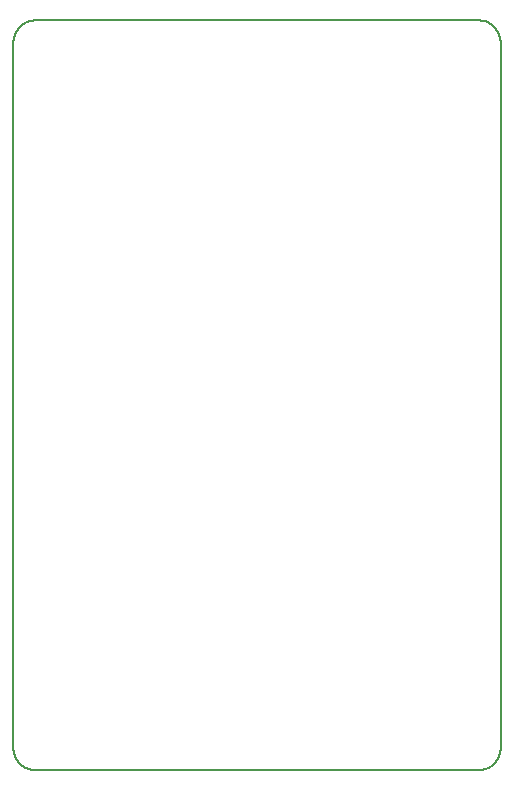
<source format=gm1>
G04 MADE WITH FRITZING*
G04 WWW.FRITZING.ORG*
G04 DOUBLE SIDED*
G04 HOLES PLATED*
G04 CONTOUR ON CENTER OF CONTOUR VECTOR*
%ASAXBY*%
%FSLAX23Y23*%
%MOIN*%
%OFA0B0*%
%SFA1.0B1.0*%
%ADD10C,0.008*%
%LNCONTOUR*%
G90*
G70*
G54D10*
X65Y2500D02*
X66Y2500D01*
X67Y2500D01*
X68Y2500D01*
X69Y2500D01*
X70Y2500D01*
X71Y2500D01*
X72Y2500D01*
X73Y2500D01*
X74Y2500D01*
X75Y2500D01*
X76Y2500D01*
X77Y2500D01*
X78Y2500D01*
X79Y2500D01*
X80Y2500D01*
X81Y2500D01*
X82Y2500D01*
X83Y2500D01*
X84Y2500D01*
X85Y2500D01*
X86Y2500D01*
X87Y2500D01*
X88Y2500D01*
X89Y2500D01*
X90Y2500D01*
X91Y2500D01*
X92Y2500D01*
X93Y2500D01*
X94Y2500D01*
X95Y2500D01*
X96Y2500D01*
X97Y2500D01*
X98Y2500D01*
X99Y2500D01*
X100Y2500D01*
X101Y2500D01*
X102Y2500D01*
X103Y2500D01*
X104Y2500D01*
X105Y2500D01*
X106Y2500D01*
X107Y2500D01*
X108Y2500D01*
X109Y2500D01*
X110Y2500D01*
X111Y2500D01*
X112Y2500D01*
X113Y2500D01*
X114Y2500D01*
X115Y2500D01*
X116Y2500D01*
X117Y2500D01*
X118Y2500D01*
X119Y2500D01*
X120Y2500D01*
X121Y2500D01*
X122Y2500D01*
X123Y2500D01*
X124Y2500D01*
X125Y2500D01*
X126Y2500D01*
X127Y2500D01*
X128Y2500D01*
X129Y2500D01*
X130Y2500D01*
X131Y2500D01*
X132Y2500D01*
X133Y2500D01*
X134Y2500D01*
X135Y2500D01*
X136Y2500D01*
X137Y2500D01*
X138Y2500D01*
X139Y2500D01*
X140Y2500D01*
X141Y2500D01*
X142Y2500D01*
X143Y2500D01*
X144Y2500D01*
X145Y2500D01*
X146Y2500D01*
X147Y2500D01*
X148Y2500D01*
X149Y2500D01*
X150Y2500D01*
X151Y2500D01*
X152Y2500D01*
X153Y2500D01*
X154Y2500D01*
X155Y2500D01*
X156Y2500D01*
X157Y2500D01*
X158Y2500D01*
X159Y2500D01*
X160Y2500D01*
X161Y2500D01*
X162Y2500D01*
X163Y2500D01*
X164Y2500D01*
X165Y2500D01*
X166Y2500D01*
X167Y2500D01*
X168Y2500D01*
X169Y2500D01*
X170Y2500D01*
X171Y2500D01*
X172Y2500D01*
X173Y2500D01*
X174Y2500D01*
X175Y2500D01*
X176Y2500D01*
X177Y2500D01*
X178Y2500D01*
X179Y2500D01*
X180Y2500D01*
X181Y2500D01*
X182Y2500D01*
X183Y2500D01*
X184Y2500D01*
X185Y2500D01*
X186Y2500D01*
X187Y2500D01*
X188Y2500D01*
X189Y2500D01*
X190Y2500D01*
X191Y2500D01*
X192Y2500D01*
X193Y2500D01*
X194Y2500D01*
X195Y2500D01*
X196Y2500D01*
X197Y2500D01*
X198Y2500D01*
X199Y2500D01*
X200Y2500D01*
X201Y2500D01*
X202Y2500D01*
X203Y2500D01*
X204Y2500D01*
X205Y2500D01*
X206Y2500D01*
X207Y2500D01*
X208Y2500D01*
X209Y2500D01*
X210Y2500D01*
X211Y2500D01*
X212Y2500D01*
X213Y2500D01*
X214Y2500D01*
X215Y2500D01*
X216Y2500D01*
X217Y2500D01*
X218Y2500D01*
X219Y2500D01*
X220Y2500D01*
X221Y2500D01*
X222Y2500D01*
X223Y2500D01*
X224Y2500D01*
X225Y2500D01*
X226Y2500D01*
X227Y2500D01*
X228Y2500D01*
X229Y2500D01*
X230Y2500D01*
X231Y2500D01*
X232Y2500D01*
X233Y2500D01*
X234Y2500D01*
X235Y2500D01*
X236Y2500D01*
X237Y2500D01*
X238Y2500D01*
X239Y2500D01*
X240Y2500D01*
X241Y2500D01*
X242Y2500D01*
X243Y2500D01*
X244Y2500D01*
X245Y2500D01*
X246Y2500D01*
X247Y2500D01*
X248Y2500D01*
X249Y2500D01*
X250Y2500D01*
X251Y2500D01*
X252Y2500D01*
X253Y2500D01*
X254Y2500D01*
X255Y2500D01*
X256Y2500D01*
X257Y2500D01*
X258Y2500D01*
X259Y2500D01*
X260Y2500D01*
X261Y2500D01*
X262Y2500D01*
X263Y2500D01*
X264Y2500D01*
X265Y2500D01*
X266Y2500D01*
X267Y2500D01*
X268Y2500D01*
X269Y2500D01*
X270Y2500D01*
X271Y2500D01*
X272Y2500D01*
X273Y2500D01*
X274Y2500D01*
X275Y2500D01*
X276Y2500D01*
X277Y2500D01*
X278Y2500D01*
X279Y2500D01*
X280Y2500D01*
X281Y2500D01*
X282Y2500D01*
X283Y2500D01*
X284Y2500D01*
X285Y2500D01*
X286Y2500D01*
X287Y2500D01*
X288Y2500D01*
X289Y2500D01*
X290Y2500D01*
X291Y2500D01*
X292Y2500D01*
X293Y2500D01*
X294Y2500D01*
X295Y2500D01*
X296Y2500D01*
X297Y2500D01*
X298Y2500D01*
X299Y2500D01*
X300Y2500D01*
X301Y2500D01*
X302Y2500D01*
X303Y2500D01*
X304Y2500D01*
X305Y2500D01*
X306Y2500D01*
X307Y2500D01*
X308Y2500D01*
X309Y2500D01*
X310Y2500D01*
X311Y2500D01*
X312Y2500D01*
X313Y2500D01*
X314Y2500D01*
X315Y2500D01*
X316Y2500D01*
X317Y2500D01*
X318Y2500D01*
X319Y2500D01*
X320Y2500D01*
X321Y2500D01*
X322Y2500D01*
X323Y2500D01*
X324Y2500D01*
X325Y2500D01*
X326Y2500D01*
X327Y2500D01*
X328Y2500D01*
X329Y2500D01*
X330Y2500D01*
X331Y2500D01*
X332Y2500D01*
X333Y2500D01*
X334Y2500D01*
X335Y2500D01*
X336Y2500D01*
X337Y2500D01*
X338Y2500D01*
X339Y2500D01*
X340Y2500D01*
X341Y2500D01*
X342Y2500D01*
X343Y2500D01*
X344Y2500D01*
X345Y2500D01*
X346Y2500D01*
X347Y2500D01*
X348Y2500D01*
X349Y2500D01*
X350Y2500D01*
X351Y2500D01*
X352Y2500D01*
X353Y2500D01*
X354Y2500D01*
X355Y2500D01*
X356Y2500D01*
X357Y2500D01*
X358Y2500D01*
X359Y2500D01*
X360Y2500D01*
X361Y2500D01*
X362Y2500D01*
X363Y2500D01*
X364Y2500D01*
X365Y2500D01*
X366Y2500D01*
X367Y2500D01*
X368Y2500D01*
X369Y2500D01*
X370Y2500D01*
X371Y2500D01*
X372Y2500D01*
X373Y2500D01*
X374Y2500D01*
X375Y2500D01*
X376Y2500D01*
X377Y2500D01*
X378Y2500D01*
X379Y2500D01*
X380Y2500D01*
X381Y2500D01*
X382Y2500D01*
X383Y2500D01*
X384Y2500D01*
X385Y2500D01*
X386Y2500D01*
X387Y2500D01*
X388Y2500D01*
X389Y2500D01*
X390Y2500D01*
X391Y2500D01*
X392Y2500D01*
X393Y2500D01*
X394Y2500D01*
X395Y2500D01*
X396Y2500D01*
X397Y2500D01*
X398Y2500D01*
X399Y2500D01*
X400Y2500D01*
X401Y2500D01*
X402Y2500D01*
X403Y2500D01*
X404Y2500D01*
X405Y2500D01*
X406Y2500D01*
X407Y2500D01*
X408Y2500D01*
X409Y2500D01*
X410Y2500D01*
X411Y2500D01*
X412Y2500D01*
X413Y2500D01*
X414Y2500D01*
X415Y2500D01*
X416Y2500D01*
X417Y2500D01*
X418Y2500D01*
X419Y2500D01*
X420Y2500D01*
X421Y2500D01*
X422Y2500D01*
X423Y2500D01*
X424Y2500D01*
X425Y2500D01*
X426Y2500D01*
X427Y2500D01*
X428Y2500D01*
X429Y2500D01*
X430Y2500D01*
X431Y2500D01*
X432Y2500D01*
X433Y2500D01*
X434Y2500D01*
X435Y2500D01*
X436Y2500D01*
X437Y2500D01*
X438Y2500D01*
X439Y2500D01*
X440Y2500D01*
X441Y2500D01*
X442Y2500D01*
X443Y2500D01*
X444Y2500D01*
X445Y2500D01*
X446Y2500D01*
X447Y2500D01*
X448Y2500D01*
X449Y2500D01*
X450Y2500D01*
X451Y2500D01*
X452Y2500D01*
X453Y2500D01*
X454Y2500D01*
X455Y2500D01*
X456Y2500D01*
X457Y2500D01*
X458Y2500D01*
X459Y2500D01*
X460Y2500D01*
X461Y2500D01*
X462Y2500D01*
X463Y2500D01*
X464Y2500D01*
X465Y2500D01*
X466Y2500D01*
X467Y2500D01*
X468Y2500D01*
X469Y2500D01*
X470Y2500D01*
X471Y2500D01*
X472Y2500D01*
X473Y2500D01*
X474Y2500D01*
X475Y2500D01*
X476Y2500D01*
X477Y2500D01*
X478Y2500D01*
X479Y2500D01*
X480Y2500D01*
X481Y2500D01*
X482Y2500D01*
X483Y2500D01*
X484Y2500D01*
X485Y2500D01*
X486Y2500D01*
X487Y2500D01*
X488Y2500D01*
X489Y2500D01*
X490Y2500D01*
X491Y2500D01*
X492Y2500D01*
X493Y2500D01*
X494Y2500D01*
X495Y2500D01*
X496Y2500D01*
X497Y2500D01*
X498Y2500D01*
X499Y2500D01*
X500Y2500D01*
X501Y2500D01*
X502Y2500D01*
X503Y2500D01*
X504Y2500D01*
X505Y2500D01*
X506Y2500D01*
X507Y2500D01*
X508Y2500D01*
X509Y2500D01*
X510Y2500D01*
X511Y2500D01*
X512Y2500D01*
X513Y2500D01*
X514Y2500D01*
X515Y2500D01*
X516Y2500D01*
X517Y2500D01*
X518Y2500D01*
X519Y2500D01*
X520Y2500D01*
X521Y2500D01*
X522Y2500D01*
X523Y2500D01*
X524Y2500D01*
X525Y2500D01*
X526Y2500D01*
X527Y2500D01*
X528Y2500D01*
X529Y2500D01*
X530Y2500D01*
X531Y2500D01*
X532Y2500D01*
X533Y2500D01*
X534Y2500D01*
X535Y2500D01*
X536Y2500D01*
X537Y2500D01*
X538Y2500D01*
X539Y2500D01*
X540Y2500D01*
X541Y2500D01*
X542Y2500D01*
X543Y2500D01*
X544Y2500D01*
X545Y2500D01*
X546Y2500D01*
X547Y2500D01*
X548Y2500D01*
X549Y2500D01*
X550Y2500D01*
X551Y2500D01*
X552Y2500D01*
X553Y2500D01*
X554Y2500D01*
X555Y2500D01*
X556Y2500D01*
X557Y2500D01*
X558Y2500D01*
X559Y2500D01*
X560Y2500D01*
X561Y2500D01*
X562Y2500D01*
X563Y2500D01*
X564Y2500D01*
X565Y2500D01*
X566Y2500D01*
X567Y2500D01*
X568Y2500D01*
X569Y2500D01*
X570Y2500D01*
X571Y2500D01*
X572Y2500D01*
X573Y2500D01*
X574Y2500D01*
X575Y2500D01*
X576Y2500D01*
X577Y2500D01*
X578Y2500D01*
X579Y2500D01*
X580Y2500D01*
X581Y2500D01*
X582Y2500D01*
X583Y2500D01*
X584Y2500D01*
X585Y2500D01*
X586Y2500D01*
X587Y2500D01*
X588Y2500D01*
X589Y2500D01*
X590Y2500D01*
X591Y2500D01*
X592Y2500D01*
X593Y2500D01*
X594Y2500D01*
X595Y2500D01*
X596Y2500D01*
X597Y2500D01*
X598Y2500D01*
X599Y2500D01*
X600Y2500D01*
X601Y2500D01*
X602Y2500D01*
X603Y2500D01*
X604Y2500D01*
X605Y2500D01*
X606Y2500D01*
X607Y2500D01*
X608Y2500D01*
X609Y2500D01*
X610Y2500D01*
X611Y2500D01*
X612Y2500D01*
X613Y2500D01*
X614Y2500D01*
X615Y2500D01*
X616Y2500D01*
X617Y2500D01*
X618Y2500D01*
X619Y2500D01*
X620Y2500D01*
X621Y2500D01*
X622Y2500D01*
X623Y2500D01*
X624Y2500D01*
X625Y2500D01*
X626Y2500D01*
X627Y2500D01*
X628Y2500D01*
X629Y2500D01*
X630Y2500D01*
X631Y2500D01*
X632Y2500D01*
X633Y2500D01*
X634Y2500D01*
X635Y2500D01*
X636Y2500D01*
X637Y2500D01*
X638Y2500D01*
X639Y2500D01*
X640Y2500D01*
X641Y2500D01*
X642Y2500D01*
X643Y2500D01*
X644Y2500D01*
X645Y2500D01*
X646Y2500D01*
X647Y2500D01*
X648Y2500D01*
X649Y2500D01*
X650Y2500D01*
X651Y2500D01*
X652Y2500D01*
X653Y2500D01*
X654Y2500D01*
X655Y2500D01*
X656Y2500D01*
X657Y2500D01*
X658Y2500D01*
X659Y2500D01*
X660Y2500D01*
X661Y2500D01*
X662Y2500D01*
X663Y2500D01*
X664Y2500D01*
X665Y2500D01*
X666Y2500D01*
X667Y2500D01*
X668Y2500D01*
X669Y2500D01*
X670Y2500D01*
X671Y2500D01*
X672Y2500D01*
X673Y2500D01*
X674Y2500D01*
X675Y2500D01*
X676Y2500D01*
X677Y2500D01*
X678Y2500D01*
X679Y2500D01*
X680Y2500D01*
X681Y2500D01*
X682Y2500D01*
X683Y2500D01*
X684Y2500D01*
X685Y2500D01*
X686Y2500D01*
X687Y2500D01*
X688Y2500D01*
X689Y2500D01*
X690Y2500D01*
X691Y2500D01*
X692Y2500D01*
X693Y2500D01*
X694Y2500D01*
X695Y2500D01*
X696Y2500D01*
X697Y2500D01*
X698Y2500D01*
X699Y2500D01*
X700Y2500D01*
X701Y2500D01*
X702Y2500D01*
X703Y2500D01*
X704Y2500D01*
X705Y2500D01*
X706Y2500D01*
X707Y2500D01*
X708Y2500D01*
X709Y2500D01*
X710Y2500D01*
X711Y2500D01*
X712Y2500D01*
X713Y2500D01*
X714Y2500D01*
X715Y2500D01*
X716Y2500D01*
X717Y2500D01*
X718Y2500D01*
X719Y2500D01*
X720Y2500D01*
X721Y2500D01*
X722Y2500D01*
X723Y2500D01*
X724Y2500D01*
X725Y2500D01*
X726Y2500D01*
X727Y2500D01*
X728Y2500D01*
X729Y2500D01*
X730Y2500D01*
X731Y2500D01*
X732Y2500D01*
X733Y2500D01*
X734Y2500D01*
X735Y2500D01*
X736Y2500D01*
X737Y2500D01*
X738Y2500D01*
X739Y2500D01*
X740Y2500D01*
X741Y2500D01*
X742Y2500D01*
X743Y2500D01*
X744Y2500D01*
X745Y2500D01*
X746Y2500D01*
X747Y2500D01*
X748Y2500D01*
X749Y2500D01*
X750Y2500D01*
X751Y2500D01*
X752Y2500D01*
X753Y2500D01*
X754Y2500D01*
X755Y2500D01*
X756Y2500D01*
X757Y2500D01*
X758Y2500D01*
X759Y2500D01*
X760Y2500D01*
X761Y2500D01*
X762Y2500D01*
X763Y2500D01*
X764Y2500D01*
X765Y2500D01*
X766Y2500D01*
X767Y2500D01*
X768Y2500D01*
X769Y2500D01*
X770Y2500D01*
X771Y2500D01*
X772Y2500D01*
X773Y2500D01*
X774Y2500D01*
X775Y2500D01*
X776Y2500D01*
X777Y2500D01*
X778Y2500D01*
X779Y2500D01*
X780Y2500D01*
X781Y2500D01*
X782Y2500D01*
X783Y2500D01*
X784Y2500D01*
X785Y2500D01*
X786Y2500D01*
X787Y2500D01*
X788Y2500D01*
X789Y2500D01*
X790Y2500D01*
X791Y2500D01*
X792Y2500D01*
X793Y2500D01*
X794Y2500D01*
X795Y2500D01*
X796Y2500D01*
X797Y2500D01*
X798Y2500D01*
X799Y2500D01*
X800Y2500D01*
X801Y2500D01*
X802Y2500D01*
X803Y2500D01*
X804Y2500D01*
X805Y2500D01*
X806Y2500D01*
X807Y2500D01*
X808Y2500D01*
X809Y2500D01*
X810Y2500D01*
X811Y2500D01*
X812Y2500D01*
X813Y2500D01*
X814Y2500D01*
X815Y2500D01*
X816Y2500D01*
X817Y2500D01*
X818Y2500D01*
X819Y2500D01*
X820Y2500D01*
X821Y2500D01*
X822Y2500D01*
X823Y2500D01*
X824Y2500D01*
X825Y2500D01*
X826Y2500D01*
X827Y2500D01*
X828Y2500D01*
X829Y2500D01*
X830Y2500D01*
X831Y2500D01*
X832Y2500D01*
X833Y2500D01*
X834Y2500D01*
X835Y2500D01*
X836Y2500D01*
X837Y2500D01*
X838Y2500D01*
X839Y2500D01*
X840Y2500D01*
X841Y2500D01*
X842Y2500D01*
X843Y2500D01*
X844Y2500D01*
X845Y2500D01*
X846Y2500D01*
X847Y2500D01*
X848Y2500D01*
X849Y2500D01*
X850Y2500D01*
X851Y2500D01*
X852Y2500D01*
X853Y2500D01*
X854Y2500D01*
X855Y2500D01*
X856Y2500D01*
X857Y2500D01*
X858Y2500D01*
X859Y2500D01*
X860Y2500D01*
X861Y2500D01*
X862Y2500D01*
X863Y2500D01*
X864Y2500D01*
X865Y2500D01*
X866Y2500D01*
X867Y2500D01*
X868Y2500D01*
X869Y2500D01*
X870Y2500D01*
X871Y2500D01*
X872Y2500D01*
X873Y2500D01*
X874Y2500D01*
X875Y2500D01*
X876Y2500D01*
X877Y2500D01*
X878Y2500D01*
X879Y2500D01*
X880Y2500D01*
X881Y2500D01*
X882Y2500D01*
X883Y2500D01*
X884Y2500D01*
X885Y2500D01*
X886Y2500D01*
X887Y2500D01*
X888Y2500D01*
X889Y2500D01*
X890Y2500D01*
X891Y2500D01*
X892Y2500D01*
X893Y2500D01*
X894Y2500D01*
X895Y2500D01*
X896Y2500D01*
X897Y2500D01*
X898Y2500D01*
X899Y2500D01*
X900Y2500D01*
X901Y2500D01*
X902Y2500D01*
X903Y2500D01*
X904Y2500D01*
X905Y2500D01*
X906Y2500D01*
X907Y2500D01*
X908Y2500D01*
X909Y2500D01*
X910Y2500D01*
X911Y2500D01*
X912Y2500D01*
X913Y2500D01*
X914Y2500D01*
X915Y2500D01*
X916Y2500D01*
X917Y2500D01*
X918Y2500D01*
X919Y2500D01*
X920Y2500D01*
X921Y2500D01*
X922Y2500D01*
X923Y2500D01*
X924Y2500D01*
X925Y2500D01*
X926Y2500D01*
X927Y2500D01*
X928Y2500D01*
X929Y2500D01*
X930Y2500D01*
X931Y2500D01*
X932Y2500D01*
X933Y2500D01*
X934Y2500D01*
X935Y2500D01*
X936Y2500D01*
X937Y2500D01*
X938Y2500D01*
X939Y2500D01*
X940Y2500D01*
X941Y2500D01*
X942Y2500D01*
X943Y2500D01*
X944Y2500D01*
X945Y2500D01*
X946Y2500D01*
X947Y2500D01*
X948Y2500D01*
X949Y2500D01*
X950Y2500D01*
X951Y2500D01*
X952Y2500D01*
X953Y2500D01*
X954Y2500D01*
X955Y2500D01*
X956Y2500D01*
X957Y2500D01*
X958Y2500D01*
X959Y2500D01*
X960Y2500D01*
X961Y2500D01*
X962Y2500D01*
X963Y2500D01*
X964Y2500D01*
X965Y2500D01*
X966Y2500D01*
X967Y2500D01*
X968Y2500D01*
X969Y2500D01*
X970Y2500D01*
X971Y2500D01*
X972Y2500D01*
X973Y2500D01*
X974Y2500D01*
X975Y2500D01*
X976Y2500D01*
X977Y2500D01*
X978Y2500D01*
X979Y2500D01*
X980Y2500D01*
X981Y2500D01*
X982Y2500D01*
X983Y2500D01*
X984Y2500D01*
X985Y2500D01*
X986Y2500D01*
X987Y2500D01*
X988Y2500D01*
X989Y2500D01*
X990Y2500D01*
X991Y2500D01*
X992Y2500D01*
X993Y2500D01*
X994Y2500D01*
X995Y2500D01*
X996Y2500D01*
X997Y2500D01*
X998Y2500D01*
X999Y2500D01*
X1000Y2500D01*
X1001Y2500D01*
X1002Y2500D01*
X1003Y2500D01*
X1004Y2500D01*
X1005Y2500D01*
X1006Y2500D01*
X1007Y2500D01*
X1008Y2500D01*
X1009Y2500D01*
X1010Y2500D01*
X1011Y2500D01*
X1012Y2500D01*
X1013Y2500D01*
X1014Y2500D01*
X1015Y2500D01*
X1016Y2500D01*
X1017Y2500D01*
X1018Y2500D01*
X1019Y2500D01*
X1020Y2500D01*
X1021Y2500D01*
X1022Y2500D01*
X1023Y2500D01*
X1024Y2500D01*
X1025Y2500D01*
X1026Y2500D01*
X1027Y2500D01*
X1028Y2500D01*
X1029Y2500D01*
X1030Y2500D01*
X1031Y2500D01*
X1032Y2500D01*
X1033Y2500D01*
X1034Y2500D01*
X1035Y2500D01*
X1036Y2500D01*
X1037Y2500D01*
X1038Y2500D01*
X1039Y2500D01*
X1040Y2500D01*
X1041Y2500D01*
X1042Y2500D01*
X1043Y2500D01*
X1044Y2500D01*
X1045Y2500D01*
X1046Y2500D01*
X1047Y2500D01*
X1048Y2500D01*
X1049Y2500D01*
X1050Y2500D01*
X1051Y2500D01*
X1052Y2500D01*
X1053Y2500D01*
X1054Y2500D01*
X1055Y2500D01*
X1056Y2500D01*
X1057Y2500D01*
X1058Y2500D01*
X1059Y2500D01*
X1060Y2500D01*
X1061Y2500D01*
X1062Y2500D01*
X1063Y2500D01*
X1064Y2500D01*
X1065Y2500D01*
X1066Y2500D01*
X1067Y2500D01*
X1068Y2500D01*
X1069Y2500D01*
X1070Y2500D01*
X1071Y2500D01*
X1072Y2500D01*
X1073Y2500D01*
X1074Y2500D01*
X1075Y2500D01*
X1076Y2500D01*
X1077Y2500D01*
X1078Y2500D01*
X1079Y2500D01*
X1080Y2500D01*
X1081Y2500D01*
X1082Y2500D01*
X1083Y2500D01*
X1084Y2500D01*
X1085Y2500D01*
X1086Y2500D01*
X1087Y2500D01*
X1088Y2500D01*
X1089Y2500D01*
X1090Y2500D01*
X1091Y2500D01*
X1092Y2500D01*
X1093Y2500D01*
X1094Y2500D01*
X1095Y2500D01*
X1096Y2500D01*
X1097Y2500D01*
X1098Y2500D01*
X1099Y2500D01*
X1100Y2500D01*
X1101Y2500D01*
X1102Y2500D01*
X1103Y2500D01*
X1104Y2500D01*
X1105Y2500D01*
X1106Y2500D01*
X1107Y2500D01*
X1108Y2500D01*
X1109Y2500D01*
X1110Y2500D01*
X1111Y2500D01*
X1112Y2500D01*
X1113Y2500D01*
X1114Y2500D01*
X1115Y2500D01*
X1116Y2500D01*
X1117Y2500D01*
X1118Y2500D01*
X1119Y2500D01*
X1120Y2500D01*
X1121Y2500D01*
X1122Y2500D01*
X1123Y2500D01*
X1124Y2500D01*
X1125Y2500D01*
X1126Y2500D01*
X1127Y2500D01*
X1128Y2500D01*
X1129Y2500D01*
X1130Y2500D01*
X1131Y2500D01*
X1132Y2500D01*
X1133Y2500D01*
X1134Y2500D01*
X1135Y2500D01*
X1136Y2500D01*
X1137Y2500D01*
X1138Y2500D01*
X1139Y2500D01*
X1140Y2500D01*
X1141Y2500D01*
X1142Y2500D01*
X1143Y2500D01*
X1144Y2500D01*
X1145Y2500D01*
X1146Y2500D01*
X1147Y2500D01*
X1148Y2500D01*
X1149Y2500D01*
X1150Y2500D01*
X1151Y2500D01*
X1152Y2500D01*
X1153Y2500D01*
X1154Y2500D01*
X1155Y2500D01*
X1156Y2500D01*
X1157Y2500D01*
X1158Y2500D01*
X1159Y2500D01*
X1160Y2500D01*
X1161Y2500D01*
X1162Y2500D01*
X1163Y2500D01*
X1164Y2500D01*
X1165Y2500D01*
X1166Y2500D01*
X1167Y2500D01*
X1168Y2500D01*
X1169Y2500D01*
X1170Y2500D01*
X1171Y2500D01*
X1172Y2500D01*
X1173Y2500D01*
X1174Y2500D01*
X1175Y2500D01*
X1176Y2500D01*
X1177Y2500D01*
X1178Y2500D01*
X1179Y2500D01*
X1180Y2500D01*
X1181Y2500D01*
X1182Y2500D01*
X1183Y2500D01*
X1184Y2500D01*
X1185Y2500D01*
X1186Y2500D01*
X1187Y2500D01*
X1188Y2500D01*
X1189Y2500D01*
X1190Y2500D01*
X1191Y2500D01*
X1192Y2500D01*
X1193Y2500D01*
X1194Y2500D01*
X1195Y2500D01*
X1196Y2500D01*
X1197Y2500D01*
X1198Y2500D01*
X1199Y2500D01*
X1200Y2500D01*
X1201Y2500D01*
X1202Y2500D01*
X1203Y2500D01*
X1204Y2500D01*
X1205Y2500D01*
X1206Y2500D01*
X1207Y2500D01*
X1208Y2500D01*
X1209Y2500D01*
X1210Y2500D01*
X1211Y2500D01*
X1212Y2500D01*
X1213Y2500D01*
X1214Y2500D01*
X1215Y2500D01*
X1216Y2500D01*
X1217Y2500D01*
X1218Y2500D01*
X1219Y2500D01*
X1220Y2500D01*
X1221Y2500D01*
X1222Y2500D01*
X1223Y2500D01*
X1224Y2500D01*
X1225Y2500D01*
X1226Y2500D01*
X1227Y2500D01*
X1228Y2500D01*
X1229Y2500D01*
X1230Y2500D01*
X1231Y2500D01*
X1232Y2500D01*
X1233Y2500D01*
X1234Y2500D01*
X1235Y2500D01*
X1236Y2500D01*
X1237Y2500D01*
X1238Y2500D01*
X1239Y2500D01*
X1240Y2500D01*
X1241Y2500D01*
X1242Y2500D01*
X1243Y2500D01*
X1244Y2500D01*
X1245Y2500D01*
X1246Y2500D01*
X1247Y2500D01*
X1248Y2500D01*
X1249Y2500D01*
X1250Y2500D01*
X1251Y2500D01*
X1252Y2500D01*
X1253Y2500D01*
X1254Y2500D01*
X1255Y2500D01*
X1256Y2500D01*
X1257Y2500D01*
X1258Y2500D01*
X1259Y2500D01*
X1260Y2500D01*
X1261Y2500D01*
X1262Y2500D01*
X1263Y2500D01*
X1264Y2500D01*
X1265Y2500D01*
X1266Y2500D01*
X1267Y2500D01*
X1268Y2500D01*
X1269Y2500D01*
X1270Y2500D01*
X1271Y2500D01*
X1272Y2500D01*
X1273Y2500D01*
X1274Y2500D01*
X1275Y2500D01*
X1276Y2500D01*
X1277Y2500D01*
X1278Y2500D01*
X1279Y2500D01*
X1280Y2500D01*
X1281Y2500D01*
X1282Y2500D01*
X1283Y2500D01*
X1284Y2500D01*
X1285Y2500D01*
X1286Y2500D01*
X1287Y2500D01*
X1288Y2500D01*
X1289Y2500D01*
X1290Y2500D01*
X1291Y2500D01*
X1292Y2500D01*
X1293Y2500D01*
X1294Y2500D01*
X1295Y2500D01*
X1296Y2500D01*
X1297Y2500D01*
X1298Y2500D01*
X1299Y2500D01*
X1300Y2500D01*
X1301Y2500D01*
X1302Y2500D01*
X1303Y2500D01*
X1304Y2500D01*
X1305Y2500D01*
X1306Y2500D01*
X1307Y2500D01*
X1308Y2500D01*
X1309Y2500D01*
X1310Y2500D01*
X1311Y2500D01*
X1312Y2500D01*
X1313Y2500D01*
X1314Y2500D01*
X1315Y2500D01*
X1316Y2500D01*
X1317Y2500D01*
X1318Y2500D01*
X1319Y2500D01*
X1320Y2500D01*
X1321Y2500D01*
X1322Y2500D01*
X1323Y2500D01*
X1324Y2500D01*
X1325Y2500D01*
X1326Y2500D01*
X1327Y2500D01*
X1328Y2500D01*
X1329Y2500D01*
X1330Y2500D01*
X1331Y2500D01*
X1332Y2500D01*
X1333Y2500D01*
X1334Y2500D01*
X1335Y2500D01*
X1336Y2500D01*
X1337Y2500D01*
X1338Y2500D01*
X1339Y2500D01*
X1340Y2500D01*
X1341Y2500D01*
X1342Y2500D01*
X1343Y2500D01*
X1344Y2500D01*
X1345Y2500D01*
X1346Y2500D01*
X1347Y2500D01*
X1348Y2500D01*
X1349Y2500D01*
X1350Y2500D01*
X1351Y2500D01*
X1352Y2500D01*
X1353Y2500D01*
X1354Y2500D01*
X1355Y2500D01*
X1356Y2500D01*
X1357Y2500D01*
X1358Y2500D01*
X1359Y2500D01*
X1360Y2500D01*
X1361Y2500D01*
X1362Y2500D01*
X1363Y2500D01*
X1364Y2500D01*
X1365Y2500D01*
X1366Y2500D01*
X1367Y2500D01*
X1368Y2500D01*
X1369Y2500D01*
X1370Y2500D01*
X1371Y2500D01*
X1372Y2500D01*
X1373Y2500D01*
X1374Y2500D01*
X1375Y2500D01*
X1376Y2500D01*
X1377Y2500D01*
X1378Y2500D01*
X1379Y2500D01*
X1380Y2500D01*
X1381Y2500D01*
X1382Y2500D01*
X1383Y2500D01*
X1384Y2500D01*
X1385Y2500D01*
X1386Y2500D01*
X1387Y2500D01*
X1388Y2500D01*
X1389Y2500D01*
X1390Y2500D01*
X1391Y2500D01*
X1392Y2500D01*
X1393Y2500D01*
X1394Y2500D01*
X1395Y2500D01*
X1396Y2500D01*
X1397Y2500D01*
X1398Y2500D01*
X1399Y2500D01*
X1400Y2500D01*
X1401Y2500D01*
X1402Y2500D01*
X1403Y2500D01*
X1404Y2500D01*
X1405Y2500D01*
X1406Y2500D01*
X1407Y2500D01*
X1408Y2500D01*
X1409Y2500D01*
X1410Y2500D01*
X1411Y2500D01*
X1412Y2500D01*
X1413Y2500D01*
X1414Y2500D01*
X1415Y2500D01*
X1416Y2500D01*
X1417Y2500D01*
X1418Y2500D01*
X1419Y2500D01*
X1420Y2500D01*
X1421Y2500D01*
X1422Y2500D01*
X1423Y2500D01*
X1424Y2500D01*
X1425Y2500D01*
X1426Y2500D01*
X1427Y2500D01*
X1428Y2500D01*
X1429Y2500D01*
X1430Y2500D01*
X1431Y2500D01*
X1432Y2500D01*
X1433Y2500D01*
X1434Y2500D01*
X1435Y2500D01*
X1436Y2500D01*
X1437Y2500D01*
X1438Y2500D01*
X1439Y2500D01*
X1440Y2500D01*
X1441Y2500D01*
X1442Y2500D01*
X1443Y2500D01*
X1444Y2500D01*
X1445Y2500D01*
X1446Y2500D01*
X1447Y2500D01*
X1448Y2500D01*
X1449Y2500D01*
X1450Y2500D01*
X1451Y2500D01*
X1452Y2500D01*
X1453Y2500D01*
X1454Y2500D01*
X1455Y2500D01*
X1456Y2500D01*
X1457Y2500D01*
X1458Y2500D01*
X1459Y2500D01*
X1460Y2500D01*
X1461Y2500D01*
X1462Y2500D01*
X1463Y2500D01*
X1464Y2500D01*
X1465Y2500D01*
X1466Y2500D01*
X1467Y2500D01*
X1468Y2500D01*
X1469Y2500D01*
X1470Y2500D01*
X1471Y2500D01*
X1472Y2500D01*
X1473Y2500D01*
X1474Y2500D01*
X1475Y2500D01*
X1476Y2500D01*
X1477Y2500D01*
X1478Y2500D01*
X1479Y2500D01*
X1480Y2500D01*
X1481Y2500D01*
X1482Y2500D01*
X1483Y2500D01*
X1484Y2500D01*
X1485Y2500D01*
X1486Y2500D01*
X1487Y2500D01*
X1488Y2500D01*
X1489Y2500D01*
X1490Y2500D01*
X1491Y2500D01*
X1492Y2500D01*
X1493Y2500D01*
X1494Y2500D01*
X1495Y2500D01*
X1496Y2500D01*
X1497Y2500D01*
X1498Y2500D01*
X1499Y2500D01*
X1500Y2500D01*
X1501Y2500D01*
X1502Y2500D01*
X1503Y2500D01*
X1504Y2500D01*
X1505Y2500D01*
X1506Y2500D01*
X1507Y2500D01*
X1508Y2500D01*
X1509Y2500D01*
X1510Y2500D01*
X1511Y2500D01*
X1512Y2500D01*
X1513Y2500D01*
X1514Y2500D01*
X1515Y2500D01*
X1516Y2500D01*
X1517Y2500D01*
X1518Y2500D01*
X1519Y2500D01*
X1520Y2500D01*
X1521Y2500D01*
X1522Y2500D01*
X1523Y2500D01*
X1524Y2500D01*
X1525Y2500D01*
X1526Y2500D01*
X1527Y2500D01*
X1528Y2500D01*
X1529Y2500D01*
X1530Y2500D01*
X1531Y2500D01*
X1532Y2500D01*
X1533Y2500D01*
X1534Y2500D01*
X1535Y2500D01*
X1536Y2500D01*
X1537Y2500D01*
X1538Y2500D01*
X1539Y2500D01*
X1540Y2500D01*
X1541Y2500D01*
X1542Y2500D01*
X1543Y2500D01*
X1544Y2500D01*
X1545Y2500D01*
X1546Y2500D01*
X1547Y2500D01*
X1548Y2500D01*
X1549Y2500D01*
X1550Y2500D01*
X1551Y2500D01*
X1552Y2500D01*
X1553Y2500D01*
X1554Y2500D01*
X1555Y2500D01*
X1556Y2500D01*
X1557Y2500D01*
X1558Y2500D01*
X1559Y2500D01*
X1560Y2499D01*
X1561Y2499D01*
X1562Y2499D01*
X1563Y2499D01*
X1564Y2499D01*
X1565Y2499D01*
X1566Y2498D01*
X1567Y2498D01*
X1568Y2498D01*
X1569Y2498D01*
X1570Y2497D01*
X1571Y2497D01*
X1572Y2497D01*
X1573Y2497D01*
X1574Y2496D01*
X1575Y2496D01*
X1576Y2496D01*
X1577Y2495D01*
X1578Y2495D01*
X1579Y2494D01*
X1580Y2494D01*
X1581Y2494D01*
X1582Y2493D01*
X1583Y2493D01*
X1584Y2492D01*
X1585Y2492D01*
X1586Y2491D01*
X1587Y2490D01*
X1588Y2490D01*
X1589Y2489D01*
X1590Y2489D01*
X1591Y2488D01*
X1592Y2487D01*
X1593Y2487D01*
X1594Y2486D01*
X1595Y2485D01*
X1596Y2484D01*
X1597Y2484D01*
X1598Y2483D01*
X1599Y2482D01*
X1600Y2481D01*
X1601Y2480D01*
X1602Y2479D01*
X1603Y2478D01*
X1604Y2477D01*
X1605Y2476D01*
X1606Y2475D01*
X1607Y2474D01*
X1607Y2473D01*
X1608Y2472D01*
X1609Y2471D01*
X1610Y2470D01*
X1610Y2469D01*
X1611Y2468D01*
X1612Y2467D01*
X1612Y2466D01*
X1613Y2465D01*
X1614Y2464D01*
X1614Y2463D01*
X1615Y2462D01*
X1615Y2461D01*
X1616Y2460D01*
X1616Y2459D01*
X1617Y2458D01*
X1617Y2457D01*
X1618Y2456D01*
X1618Y2454D01*
X1619Y2453D01*
X1619Y2452D01*
X1620Y2451D01*
X1620Y2449D01*
X1621Y2448D01*
X1621Y2445D01*
X1622Y2444D01*
X1622Y2441D01*
X1623Y2440D01*
X1623Y2435D01*
X1624Y2434D01*
X1624Y67D01*
X1623Y66D01*
X1623Y61D01*
X1622Y60D01*
X1622Y57D01*
X1621Y56D01*
X1621Y53D01*
X1620Y52D01*
X1620Y50D01*
X1619Y49D01*
X1619Y48D01*
X1618Y47D01*
X1618Y45D01*
X1617Y44D01*
X1617Y43D01*
X1616Y42D01*
X1616Y41D01*
X1615Y40D01*
X1615Y39D01*
X1614Y38D01*
X1614Y37D01*
X1613Y36D01*
X1612Y35D01*
X1612Y34D01*
X1611Y33D01*
X1610Y32D01*
X1610Y31D01*
X1609Y30D01*
X1608Y29D01*
X1607Y28D01*
X1607Y27D01*
X1606Y26D01*
X1605Y25D01*
X1604Y24D01*
X1603Y23D01*
X1602Y22D01*
X1601Y21D01*
X1600Y20D01*
X1599Y19D01*
X1598Y18D01*
X1597Y17D01*
X1596Y17D01*
X1595Y16D01*
X1594Y15D01*
X1593Y14D01*
X1592Y14D01*
X1591Y13D01*
X1590Y12D01*
X1589Y12D01*
X1588Y11D01*
X1587Y11D01*
X1586Y10D01*
X1585Y9D01*
X1584Y9D01*
X1583Y8D01*
X1582Y8D01*
X1581Y7D01*
X1580Y7D01*
X1579Y7D01*
X1578Y6D01*
X1577Y6D01*
X1576Y5D01*
X1575Y5D01*
X1574Y5D01*
X1573Y4D01*
X1572Y4D01*
X1571Y4D01*
X1570Y4D01*
X1569Y3D01*
X1568Y3D01*
X1567Y3D01*
X1566Y3D01*
X1565Y2D01*
X1564Y2D01*
X1563Y2D01*
X1562Y2D01*
X1561Y2D01*
X1560Y2D01*
X1559Y1D01*
X1558Y1D01*
X1557Y1D01*
X1556Y1D01*
X1555Y1D01*
X1554Y1D01*
X1553Y1D01*
X1552Y1D01*
X1551Y1D01*
X1550Y1D01*
X1549Y1D01*
X1548Y1D01*
X1547Y1D01*
X1546Y1D01*
X1545Y1D01*
X1544Y1D01*
X1543Y1D01*
X1542Y1D01*
X1541Y1D01*
X1540Y1D01*
X1539Y1D01*
X1538Y1D01*
X1537Y1D01*
X1536Y1D01*
X1535Y1D01*
X1534Y1D01*
X1533Y1D01*
X1532Y1D01*
X1531Y1D01*
X1530Y1D01*
X1529Y1D01*
X1528Y1D01*
X1527Y1D01*
X1526Y1D01*
X1525Y1D01*
X1524Y1D01*
X1523Y1D01*
X1522Y1D01*
X1521Y1D01*
X1520Y1D01*
X1519Y1D01*
X1518Y1D01*
X1517Y1D01*
X1516Y1D01*
X1515Y1D01*
X1514Y1D01*
X1513Y1D01*
X1512Y1D01*
X1511Y1D01*
X1510Y1D01*
X1509Y1D01*
X1508Y1D01*
X1507Y1D01*
X1506Y1D01*
X1505Y1D01*
X1504Y1D01*
X1503Y1D01*
X1502Y1D01*
X1501Y1D01*
X1500Y1D01*
X1499Y1D01*
X1498Y1D01*
X1497Y1D01*
X1496Y1D01*
X1495Y1D01*
X1494Y1D01*
X1493Y1D01*
X1492Y1D01*
X1491Y1D01*
X1490Y1D01*
X1489Y1D01*
X1488Y1D01*
X1487Y1D01*
X1486Y1D01*
X1485Y1D01*
X1484Y1D01*
X1483Y1D01*
X1482Y1D01*
X1481Y1D01*
X1480Y1D01*
X1479Y1D01*
X1478Y1D01*
X1477Y1D01*
X1476Y1D01*
X1475Y1D01*
X1474Y1D01*
X1473Y1D01*
X1472Y1D01*
X1471Y1D01*
X1470Y1D01*
X1469Y1D01*
X1468Y1D01*
X1467Y1D01*
X1466Y1D01*
X1465Y1D01*
X1464Y1D01*
X1463Y1D01*
X1462Y1D01*
X1461Y1D01*
X1460Y1D01*
X1459Y1D01*
X1458Y1D01*
X1457Y1D01*
X1456Y1D01*
X1455Y1D01*
X1454Y1D01*
X1453Y1D01*
X1452Y1D01*
X1451Y1D01*
X1450Y1D01*
X1449Y1D01*
X1448Y1D01*
X1447Y1D01*
X1446Y1D01*
X1445Y1D01*
X1444Y1D01*
X1443Y1D01*
X1442Y1D01*
X1441Y1D01*
X1440Y1D01*
X1439Y1D01*
X1438Y1D01*
X1437Y1D01*
X1436Y1D01*
X1435Y1D01*
X1434Y1D01*
X1433Y1D01*
X1432Y1D01*
X1431Y1D01*
X1430Y1D01*
X1429Y1D01*
X1428Y1D01*
X1427Y1D01*
X1426Y1D01*
X1425Y1D01*
X1424Y1D01*
X1423Y1D01*
X1422Y1D01*
X1421Y1D01*
X1420Y1D01*
X1419Y1D01*
X1418Y1D01*
X1417Y1D01*
X1416Y1D01*
X1415Y1D01*
X1414Y1D01*
X1413Y1D01*
X1412Y1D01*
X1411Y1D01*
X1410Y1D01*
X1409Y1D01*
X1408Y1D01*
X1407Y1D01*
X1406Y1D01*
X1405Y1D01*
X1404Y1D01*
X1403Y1D01*
X1402Y1D01*
X1401Y1D01*
X1400Y1D01*
X1399Y1D01*
X1398Y1D01*
X1397Y1D01*
X1396Y1D01*
X1395Y1D01*
X1394Y1D01*
X1393Y1D01*
X1392Y1D01*
X1391Y1D01*
X1390Y1D01*
X1389Y1D01*
X1388Y1D01*
X1387Y1D01*
X1386Y1D01*
X1385Y1D01*
X1384Y1D01*
X1383Y1D01*
X1382Y1D01*
X1381Y1D01*
X1380Y1D01*
X1379Y1D01*
X1378Y1D01*
X1377Y1D01*
X1376Y1D01*
X1375Y1D01*
X1374Y1D01*
X1373Y1D01*
X1372Y1D01*
X1371Y1D01*
X1370Y1D01*
X1369Y1D01*
X1368Y1D01*
X1367Y1D01*
X1366Y1D01*
X1365Y1D01*
X1364Y1D01*
X1363Y1D01*
X1362Y1D01*
X1361Y1D01*
X1360Y1D01*
X1359Y1D01*
X1358Y1D01*
X1357Y1D01*
X1356Y1D01*
X1355Y1D01*
X1354Y1D01*
X1353Y1D01*
X1352Y1D01*
X1351Y1D01*
X1350Y1D01*
X1349Y1D01*
X1348Y1D01*
X1347Y1D01*
X1346Y1D01*
X1345Y1D01*
X1344Y1D01*
X1343Y1D01*
X1342Y1D01*
X1341Y1D01*
X1340Y1D01*
X1339Y1D01*
X1338Y1D01*
X1337Y1D01*
X1336Y1D01*
X1335Y1D01*
X1334Y1D01*
X1333Y1D01*
X1332Y1D01*
X1331Y1D01*
X1330Y1D01*
X1329Y1D01*
X1328Y1D01*
X1327Y1D01*
X1326Y1D01*
X1325Y1D01*
X1324Y1D01*
X1323Y1D01*
X1322Y1D01*
X1321Y1D01*
X1320Y1D01*
X1319Y1D01*
X1318Y1D01*
X1317Y1D01*
X1316Y1D01*
X1315Y1D01*
X1314Y1D01*
X1313Y1D01*
X1312Y1D01*
X1311Y1D01*
X1310Y1D01*
X1309Y1D01*
X1308Y1D01*
X1307Y1D01*
X1306Y1D01*
X1305Y1D01*
X1304Y1D01*
X1303Y1D01*
X1302Y1D01*
X1301Y1D01*
X1300Y1D01*
X1299Y1D01*
X1298Y1D01*
X1297Y1D01*
X1296Y1D01*
X1295Y1D01*
X1294Y1D01*
X1293Y1D01*
X1292Y1D01*
X1291Y1D01*
X1290Y1D01*
X1289Y1D01*
X1288Y1D01*
X1287Y1D01*
X1286Y1D01*
X1285Y1D01*
X1284Y1D01*
X1283Y1D01*
X1282Y1D01*
X1281Y1D01*
X1280Y1D01*
X1279Y1D01*
X1278Y1D01*
X1277Y1D01*
X1276Y1D01*
X1275Y1D01*
X1274Y1D01*
X1273Y1D01*
X1272Y1D01*
X1271Y1D01*
X1270Y1D01*
X1269Y1D01*
X1268Y1D01*
X1267Y1D01*
X1266Y1D01*
X1265Y1D01*
X1264Y1D01*
X1263Y1D01*
X1262Y1D01*
X1261Y1D01*
X1260Y1D01*
X1259Y1D01*
X1258Y1D01*
X1257Y1D01*
X1256Y1D01*
X1255Y1D01*
X1254Y1D01*
X1253Y1D01*
X1252Y1D01*
X1251Y1D01*
X1250Y1D01*
X1249Y1D01*
X1248Y1D01*
X1247Y1D01*
X1246Y1D01*
X1245Y1D01*
X1244Y1D01*
X1243Y1D01*
X1242Y1D01*
X1241Y1D01*
X1240Y1D01*
X1239Y1D01*
X1238Y1D01*
X1237Y1D01*
X1236Y1D01*
X1235Y1D01*
X1234Y1D01*
X1233Y1D01*
X1232Y1D01*
X1231Y1D01*
X1230Y1D01*
X1229Y1D01*
X1228Y1D01*
X1227Y1D01*
X1226Y1D01*
X1225Y1D01*
X1224Y1D01*
X1223Y1D01*
X1222Y1D01*
X1221Y1D01*
X1220Y1D01*
X1219Y1D01*
X1218Y1D01*
X1217Y1D01*
X1216Y1D01*
X1215Y1D01*
X1214Y1D01*
X1213Y1D01*
X1212Y1D01*
X1211Y1D01*
X1210Y1D01*
X1209Y1D01*
X1208Y1D01*
X1207Y1D01*
X1206Y1D01*
X1205Y1D01*
X1204Y1D01*
X1203Y1D01*
X1202Y1D01*
X1201Y1D01*
X1200Y1D01*
X1199Y1D01*
X1198Y1D01*
X1197Y1D01*
X1196Y1D01*
X1195Y1D01*
X1194Y1D01*
X1193Y1D01*
X1192Y1D01*
X1191Y1D01*
X1190Y1D01*
X1189Y1D01*
X1188Y1D01*
X1187Y1D01*
X1186Y1D01*
X1185Y1D01*
X1184Y1D01*
X1183Y1D01*
X1182Y1D01*
X1181Y1D01*
X1180Y1D01*
X1179Y1D01*
X1178Y1D01*
X1177Y1D01*
X1176Y1D01*
X1175Y1D01*
X1174Y1D01*
X1173Y1D01*
X1172Y1D01*
X1171Y1D01*
X1170Y1D01*
X1169Y1D01*
X1168Y1D01*
X1167Y1D01*
X1166Y1D01*
X1165Y1D01*
X1164Y1D01*
X1163Y1D01*
X1162Y1D01*
X1161Y1D01*
X1160Y1D01*
X1159Y1D01*
X1158Y1D01*
X1157Y1D01*
X1156Y1D01*
X1155Y1D01*
X1154Y1D01*
X1153Y1D01*
X1152Y1D01*
X1151Y1D01*
X1150Y1D01*
X1149Y1D01*
X1148Y1D01*
X1147Y1D01*
X1146Y1D01*
X1145Y1D01*
X1144Y1D01*
X1143Y1D01*
X1142Y1D01*
X1141Y1D01*
X1140Y1D01*
X1139Y1D01*
X1138Y1D01*
X1137Y1D01*
X1136Y1D01*
X1135Y1D01*
X1134Y1D01*
X1133Y1D01*
X1132Y1D01*
X1131Y1D01*
X1130Y1D01*
X1129Y1D01*
X1128Y1D01*
X1127Y1D01*
X1126Y1D01*
X1125Y1D01*
X1124Y1D01*
X1123Y1D01*
X1122Y1D01*
X1121Y1D01*
X1120Y1D01*
X1119Y1D01*
X1118Y1D01*
X1117Y1D01*
X1116Y1D01*
X1115Y1D01*
X1114Y1D01*
X1113Y1D01*
X1112Y1D01*
X1111Y1D01*
X1110Y1D01*
X1109Y1D01*
X1108Y1D01*
X1107Y1D01*
X1106Y1D01*
X1105Y1D01*
X1104Y1D01*
X1103Y1D01*
X1102Y1D01*
X1101Y1D01*
X1100Y1D01*
X1099Y1D01*
X1098Y1D01*
X1097Y1D01*
X1096Y1D01*
X1095Y1D01*
X1094Y1D01*
X1093Y1D01*
X1092Y1D01*
X1091Y1D01*
X1090Y1D01*
X1089Y1D01*
X1088Y1D01*
X1087Y1D01*
X1086Y1D01*
X1085Y1D01*
X1084Y1D01*
X1083Y1D01*
X1082Y1D01*
X1081Y1D01*
X1080Y1D01*
X1079Y1D01*
X1078Y1D01*
X1077Y1D01*
X1076Y1D01*
X1075Y1D01*
X1074Y1D01*
X1073Y1D01*
X1072Y1D01*
X1071Y1D01*
X1070Y1D01*
X1069Y1D01*
X1068Y1D01*
X1067Y1D01*
X1066Y1D01*
X1065Y1D01*
X1064Y1D01*
X1063Y1D01*
X1062Y1D01*
X1061Y1D01*
X1060Y1D01*
X1059Y1D01*
X1058Y1D01*
X1057Y1D01*
X1056Y1D01*
X1055Y1D01*
X1054Y1D01*
X1053Y1D01*
X1052Y1D01*
X1051Y1D01*
X1050Y1D01*
X1049Y1D01*
X1048Y1D01*
X1047Y1D01*
X1046Y1D01*
X1045Y1D01*
X1044Y1D01*
X1043Y1D01*
X1042Y1D01*
X1041Y1D01*
X1040Y1D01*
X1039Y1D01*
X1038Y1D01*
X1037Y1D01*
X1036Y1D01*
X1035Y1D01*
X1034Y1D01*
X1033Y1D01*
X1032Y1D01*
X1031Y1D01*
X1030Y1D01*
X1029Y1D01*
X1028Y1D01*
X1027Y1D01*
X1026Y1D01*
X1025Y1D01*
X1024Y1D01*
X1023Y1D01*
X1022Y1D01*
X1021Y1D01*
X1020Y1D01*
X1019Y1D01*
X1018Y1D01*
X1017Y1D01*
X1016Y1D01*
X1015Y1D01*
X1014Y1D01*
X1013Y1D01*
X1012Y1D01*
X1011Y1D01*
X1010Y1D01*
X1009Y1D01*
X1008Y1D01*
X1007Y1D01*
X1006Y1D01*
X1005Y1D01*
X1004Y1D01*
X1003Y1D01*
X1002Y1D01*
X1001Y1D01*
X1000Y1D01*
X999Y1D01*
X998Y1D01*
X997Y1D01*
X996Y1D01*
X995Y1D01*
X994Y1D01*
X993Y1D01*
X992Y1D01*
X991Y1D01*
X990Y1D01*
X989Y1D01*
X988Y1D01*
X987Y1D01*
X986Y1D01*
X985Y1D01*
X984Y1D01*
X983Y1D01*
X982Y1D01*
X981Y1D01*
X980Y1D01*
X979Y1D01*
X978Y1D01*
X977Y1D01*
X976Y1D01*
X975Y1D01*
X974Y1D01*
X973Y1D01*
X972Y1D01*
X971Y1D01*
X970Y1D01*
X969Y1D01*
X968Y1D01*
X967Y1D01*
X966Y1D01*
X965Y1D01*
X964Y1D01*
X963Y1D01*
X962Y1D01*
X961Y1D01*
X960Y1D01*
X959Y1D01*
X958Y1D01*
X957Y1D01*
X956Y1D01*
X955Y1D01*
X954Y1D01*
X953Y1D01*
X952Y1D01*
X951Y1D01*
X950Y1D01*
X949Y1D01*
X948Y1D01*
X947Y1D01*
X946Y1D01*
X945Y1D01*
X944Y1D01*
X943Y1D01*
X942Y1D01*
X941Y1D01*
X940Y1D01*
X939Y1D01*
X938Y1D01*
X937Y1D01*
X936Y1D01*
X935Y1D01*
X934Y1D01*
X933Y1D01*
X932Y1D01*
X931Y1D01*
X930Y1D01*
X929Y1D01*
X928Y1D01*
X927Y1D01*
X926Y1D01*
X925Y1D01*
X924Y1D01*
X923Y1D01*
X922Y1D01*
X921Y1D01*
X920Y1D01*
X919Y1D01*
X918Y1D01*
X917Y1D01*
X916Y1D01*
X915Y1D01*
X914Y1D01*
X913Y1D01*
X912Y1D01*
X911Y1D01*
X910Y1D01*
X909Y1D01*
X908Y1D01*
X907Y1D01*
X906Y1D01*
X905Y1D01*
X904Y1D01*
X903Y1D01*
X902Y1D01*
X901Y1D01*
X900Y1D01*
X899Y1D01*
X898Y1D01*
X897Y1D01*
X896Y1D01*
X895Y1D01*
X894Y1D01*
X893Y1D01*
X892Y1D01*
X891Y1D01*
X890Y1D01*
X889Y1D01*
X888Y1D01*
X887Y1D01*
X886Y1D01*
X885Y1D01*
X884Y1D01*
X883Y1D01*
X882Y1D01*
X881Y1D01*
X880Y1D01*
X879Y1D01*
X878Y1D01*
X877Y1D01*
X876Y1D01*
X875Y1D01*
X874Y1D01*
X873Y1D01*
X872Y1D01*
X871Y1D01*
X870Y1D01*
X869Y1D01*
X868Y1D01*
X867Y1D01*
X866Y1D01*
X865Y1D01*
X864Y1D01*
X863Y1D01*
X862Y1D01*
X861Y1D01*
X860Y1D01*
X859Y1D01*
X858Y1D01*
X857Y1D01*
X856Y1D01*
X855Y1D01*
X854Y1D01*
X853Y1D01*
X852Y1D01*
X851Y1D01*
X850Y1D01*
X849Y1D01*
X848Y1D01*
X847Y1D01*
X846Y1D01*
X845Y1D01*
X844Y1D01*
X843Y1D01*
X842Y1D01*
X841Y1D01*
X840Y1D01*
X839Y1D01*
X838Y1D01*
X837Y1D01*
X836Y1D01*
X835Y1D01*
X834Y1D01*
X833Y1D01*
X832Y1D01*
X831Y1D01*
X830Y1D01*
X829Y1D01*
X828Y1D01*
X827Y1D01*
X826Y1D01*
X825Y1D01*
X824Y1D01*
X823Y1D01*
X822Y1D01*
X821Y1D01*
X820Y1D01*
X819Y1D01*
X818Y1D01*
X817Y1D01*
X816Y1D01*
X815Y1D01*
X814Y1D01*
X813Y1D01*
X812Y1D01*
X811Y1D01*
X810Y1D01*
X809Y1D01*
X808Y1D01*
X807Y1D01*
X806Y1D01*
X805Y1D01*
X804Y1D01*
X803Y1D01*
X802Y1D01*
X801Y1D01*
X800Y1D01*
X799Y1D01*
X798Y1D01*
X797Y1D01*
X796Y1D01*
X795Y1D01*
X794Y1D01*
X793Y1D01*
X792Y1D01*
X791Y1D01*
X790Y1D01*
X789Y1D01*
X788Y1D01*
X787Y1D01*
X786Y1D01*
X785Y1D01*
X784Y1D01*
X783Y1D01*
X782Y1D01*
X781Y1D01*
X780Y1D01*
X779Y1D01*
X778Y1D01*
X777Y1D01*
X776Y1D01*
X775Y1D01*
X774Y1D01*
X773Y1D01*
X772Y1D01*
X771Y1D01*
X770Y1D01*
X769Y1D01*
X768Y1D01*
X767Y1D01*
X766Y1D01*
X765Y1D01*
X764Y1D01*
X763Y1D01*
X762Y1D01*
X761Y1D01*
X760Y1D01*
X759Y1D01*
X758Y1D01*
X757Y1D01*
X756Y1D01*
X755Y1D01*
X754Y1D01*
X753Y1D01*
X752Y1D01*
X751Y1D01*
X750Y1D01*
X749Y1D01*
X748Y1D01*
X747Y1D01*
X746Y1D01*
X745Y1D01*
X744Y1D01*
X743Y1D01*
X742Y1D01*
X741Y1D01*
X740Y1D01*
X739Y1D01*
X738Y1D01*
X737Y1D01*
X736Y1D01*
X735Y1D01*
X734Y1D01*
X733Y1D01*
X732Y1D01*
X731Y1D01*
X730Y1D01*
X729Y1D01*
X728Y1D01*
X727Y1D01*
X726Y1D01*
X725Y1D01*
X724Y1D01*
X723Y1D01*
X722Y1D01*
X721Y1D01*
X720Y1D01*
X719Y1D01*
X718Y1D01*
X717Y1D01*
X716Y1D01*
X715Y1D01*
X714Y1D01*
X713Y1D01*
X712Y1D01*
X711Y1D01*
X710Y1D01*
X709Y1D01*
X708Y1D01*
X707Y1D01*
X706Y1D01*
X705Y1D01*
X704Y1D01*
X703Y1D01*
X702Y1D01*
X701Y1D01*
X700Y1D01*
X699Y1D01*
X698Y1D01*
X697Y1D01*
X696Y1D01*
X695Y1D01*
X694Y1D01*
X693Y1D01*
X692Y1D01*
X691Y1D01*
X690Y1D01*
X689Y1D01*
X688Y1D01*
X687Y1D01*
X686Y1D01*
X685Y1D01*
X684Y1D01*
X683Y1D01*
X682Y1D01*
X681Y1D01*
X680Y1D01*
X679Y1D01*
X678Y1D01*
X677Y1D01*
X676Y1D01*
X675Y1D01*
X674Y1D01*
X673Y1D01*
X672Y1D01*
X671Y1D01*
X670Y1D01*
X669Y1D01*
X668Y1D01*
X667Y1D01*
X666Y1D01*
X665Y1D01*
X664Y1D01*
X663Y1D01*
X662Y1D01*
X661Y1D01*
X660Y1D01*
X659Y1D01*
X658Y1D01*
X657Y1D01*
X656Y1D01*
X655Y1D01*
X654Y1D01*
X653Y1D01*
X652Y1D01*
X651Y1D01*
X650Y1D01*
X649Y1D01*
X648Y1D01*
X647Y1D01*
X646Y1D01*
X645Y1D01*
X644Y1D01*
X643Y1D01*
X642Y1D01*
X641Y1D01*
X640Y1D01*
X639Y1D01*
X638Y1D01*
X637Y1D01*
X636Y1D01*
X635Y1D01*
X634Y1D01*
X633Y1D01*
X632Y1D01*
X631Y1D01*
X630Y1D01*
X629Y1D01*
X628Y1D01*
X627Y1D01*
X626Y1D01*
X625Y1D01*
X624Y1D01*
X623Y1D01*
X622Y1D01*
X621Y1D01*
X620Y1D01*
X619Y1D01*
X618Y1D01*
X617Y1D01*
X616Y1D01*
X615Y1D01*
X614Y1D01*
X613Y1D01*
X612Y1D01*
X611Y1D01*
X610Y1D01*
X609Y1D01*
X608Y1D01*
X607Y1D01*
X606Y1D01*
X605Y1D01*
X604Y1D01*
X603Y1D01*
X602Y1D01*
X601Y1D01*
X600Y1D01*
X599Y1D01*
X598Y1D01*
X597Y1D01*
X596Y1D01*
X595Y1D01*
X594Y1D01*
X593Y1D01*
X592Y1D01*
X591Y1D01*
X590Y1D01*
X589Y1D01*
X588Y1D01*
X587Y1D01*
X586Y1D01*
X585Y1D01*
X584Y1D01*
X583Y1D01*
X582Y1D01*
X581Y1D01*
X580Y1D01*
X579Y1D01*
X578Y1D01*
X577Y1D01*
X576Y1D01*
X575Y1D01*
X574Y1D01*
X573Y1D01*
X572Y1D01*
X571Y1D01*
X570Y1D01*
X569Y1D01*
X568Y1D01*
X567Y1D01*
X566Y1D01*
X565Y1D01*
X564Y1D01*
X563Y1D01*
X562Y1D01*
X561Y1D01*
X560Y1D01*
X559Y1D01*
X558Y1D01*
X557Y1D01*
X556Y1D01*
X555Y1D01*
X554Y1D01*
X553Y1D01*
X552Y1D01*
X551Y1D01*
X550Y1D01*
X549Y1D01*
X548Y1D01*
X547Y1D01*
X546Y1D01*
X545Y1D01*
X544Y1D01*
X543Y1D01*
X542Y1D01*
X541Y1D01*
X540Y1D01*
X539Y1D01*
X538Y1D01*
X537Y1D01*
X536Y1D01*
X535Y1D01*
X534Y1D01*
X533Y1D01*
X532Y1D01*
X531Y1D01*
X530Y1D01*
X529Y1D01*
X528Y1D01*
X527Y1D01*
X526Y1D01*
X525Y1D01*
X524Y1D01*
X523Y1D01*
X522Y1D01*
X521Y1D01*
X520Y1D01*
X519Y1D01*
X518Y1D01*
X517Y1D01*
X516Y1D01*
X515Y1D01*
X514Y1D01*
X513Y1D01*
X512Y1D01*
X511Y1D01*
X510Y1D01*
X509Y1D01*
X508Y1D01*
X507Y1D01*
X506Y1D01*
X505Y1D01*
X504Y1D01*
X503Y1D01*
X502Y1D01*
X501Y1D01*
X500Y1D01*
X499Y1D01*
X498Y1D01*
X497Y1D01*
X496Y1D01*
X495Y1D01*
X494Y1D01*
X493Y1D01*
X492Y1D01*
X491Y1D01*
X490Y1D01*
X489Y1D01*
X488Y1D01*
X487Y1D01*
X486Y1D01*
X485Y1D01*
X484Y1D01*
X483Y1D01*
X482Y1D01*
X481Y1D01*
X480Y1D01*
X479Y1D01*
X478Y1D01*
X477Y1D01*
X476Y1D01*
X475Y1D01*
X474Y1D01*
X473Y1D01*
X472Y1D01*
X471Y1D01*
X470Y1D01*
X469Y1D01*
X468Y1D01*
X467Y1D01*
X466Y1D01*
X465Y1D01*
X464Y1D01*
X463Y1D01*
X462Y1D01*
X461Y1D01*
X460Y1D01*
X459Y1D01*
X458Y1D01*
X457Y1D01*
X456Y1D01*
X455Y1D01*
X454Y1D01*
X453Y1D01*
X452Y1D01*
X451Y1D01*
X450Y1D01*
X449Y1D01*
X448Y1D01*
X447Y1D01*
X446Y1D01*
X445Y1D01*
X444Y1D01*
X443Y1D01*
X442Y1D01*
X441Y1D01*
X440Y1D01*
X439Y1D01*
X438Y1D01*
X437Y1D01*
X436Y1D01*
X435Y1D01*
X434Y1D01*
X433Y1D01*
X432Y1D01*
X431Y1D01*
X430Y1D01*
X429Y1D01*
X428Y1D01*
X427Y1D01*
X426Y1D01*
X425Y1D01*
X424Y1D01*
X423Y1D01*
X422Y1D01*
X421Y1D01*
X420Y1D01*
X419Y1D01*
X418Y1D01*
X417Y1D01*
X416Y1D01*
X415Y1D01*
X414Y1D01*
X413Y1D01*
X412Y1D01*
X411Y1D01*
X410Y1D01*
X409Y1D01*
X408Y1D01*
X407Y1D01*
X406Y1D01*
X405Y1D01*
X404Y1D01*
X403Y1D01*
X402Y1D01*
X401Y1D01*
X400Y1D01*
X399Y1D01*
X398Y1D01*
X397Y1D01*
X396Y1D01*
X395Y1D01*
X394Y1D01*
X393Y1D01*
X392Y1D01*
X391Y1D01*
X390Y1D01*
X389Y1D01*
X388Y1D01*
X387Y1D01*
X386Y1D01*
X385Y1D01*
X384Y1D01*
X383Y1D01*
X382Y1D01*
X381Y1D01*
X380Y1D01*
X379Y1D01*
X378Y1D01*
X377Y1D01*
X376Y1D01*
X375Y1D01*
X374Y1D01*
X373Y1D01*
X372Y1D01*
X371Y1D01*
X370Y1D01*
X369Y1D01*
X368Y1D01*
X367Y1D01*
X366Y1D01*
X365Y1D01*
X364Y1D01*
X363Y1D01*
X362Y1D01*
X361Y1D01*
X360Y1D01*
X359Y1D01*
X358Y1D01*
X357Y1D01*
X356Y1D01*
X355Y1D01*
X354Y1D01*
X353Y1D01*
X352Y1D01*
X351Y1D01*
X350Y1D01*
X349Y1D01*
X348Y1D01*
X347Y1D01*
X346Y1D01*
X345Y1D01*
X344Y1D01*
X343Y1D01*
X342Y1D01*
X341Y1D01*
X340Y1D01*
X339Y1D01*
X338Y1D01*
X337Y1D01*
X336Y1D01*
X335Y1D01*
X334Y1D01*
X333Y1D01*
X332Y1D01*
X331Y1D01*
X330Y1D01*
X329Y1D01*
X328Y1D01*
X327Y1D01*
X326Y1D01*
X325Y1D01*
X324Y1D01*
X323Y1D01*
X322Y1D01*
X321Y1D01*
X320Y1D01*
X319Y1D01*
X318Y1D01*
X317Y1D01*
X316Y1D01*
X315Y1D01*
X314Y1D01*
X313Y1D01*
X312Y1D01*
X311Y1D01*
X310Y1D01*
X309Y1D01*
X308Y1D01*
X307Y1D01*
X306Y1D01*
X305Y1D01*
X304Y1D01*
X303Y1D01*
X302Y1D01*
X301Y1D01*
X300Y1D01*
X299Y1D01*
X298Y1D01*
X297Y1D01*
X296Y1D01*
X295Y1D01*
X294Y1D01*
X293Y1D01*
X292Y1D01*
X291Y1D01*
X290Y1D01*
X289Y1D01*
X288Y1D01*
X287Y1D01*
X286Y1D01*
X285Y1D01*
X284Y1D01*
X283Y1D01*
X282Y1D01*
X281Y1D01*
X280Y1D01*
X279Y1D01*
X278Y1D01*
X277Y1D01*
X276Y1D01*
X275Y1D01*
X274Y1D01*
X273Y1D01*
X272Y1D01*
X271Y1D01*
X270Y1D01*
X269Y1D01*
X268Y1D01*
X267Y1D01*
X266Y1D01*
X265Y1D01*
X264Y1D01*
X263Y1D01*
X262Y1D01*
X261Y1D01*
X260Y1D01*
X259Y1D01*
X258Y1D01*
X257Y1D01*
X256Y1D01*
X255Y1D01*
X254Y1D01*
X253Y1D01*
X252Y1D01*
X251Y1D01*
X250Y1D01*
X249Y1D01*
X248Y1D01*
X247Y1D01*
X246Y1D01*
X245Y1D01*
X244Y1D01*
X243Y1D01*
X242Y1D01*
X241Y1D01*
X240Y1D01*
X239Y1D01*
X238Y1D01*
X237Y1D01*
X236Y1D01*
X235Y1D01*
X234Y1D01*
X233Y1D01*
X232Y1D01*
X231Y1D01*
X230Y1D01*
X229Y1D01*
X228Y1D01*
X227Y1D01*
X226Y1D01*
X225Y1D01*
X224Y1D01*
X223Y1D01*
X222Y1D01*
X221Y1D01*
X220Y1D01*
X219Y1D01*
X218Y1D01*
X217Y1D01*
X216Y1D01*
X215Y1D01*
X214Y1D01*
X213Y1D01*
X212Y1D01*
X211Y1D01*
X210Y1D01*
X209Y1D01*
X208Y1D01*
X207Y1D01*
X206Y1D01*
X205Y1D01*
X204Y1D01*
X203Y1D01*
X202Y1D01*
X201Y1D01*
X200Y1D01*
X199Y1D01*
X198Y1D01*
X197Y1D01*
X196Y1D01*
X195Y1D01*
X194Y1D01*
X193Y1D01*
X192Y1D01*
X191Y1D01*
X190Y1D01*
X189Y1D01*
X188Y1D01*
X187Y1D01*
X186Y1D01*
X185Y1D01*
X184Y1D01*
X183Y1D01*
X182Y1D01*
X181Y1D01*
X180Y1D01*
X179Y1D01*
X178Y1D01*
X177Y1D01*
X176Y1D01*
X175Y1D01*
X174Y1D01*
X173Y1D01*
X172Y1D01*
X171Y1D01*
X170Y1D01*
X169Y1D01*
X168Y1D01*
X167Y1D01*
X166Y1D01*
X165Y1D01*
X164Y1D01*
X163Y1D01*
X162Y1D01*
X161Y1D01*
X160Y1D01*
X159Y1D01*
X158Y1D01*
X157Y1D01*
X156Y1D01*
X155Y1D01*
X154Y1D01*
X153Y1D01*
X152Y1D01*
X151Y1D01*
X150Y1D01*
X149Y1D01*
X148Y1D01*
X147Y1D01*
X146Y1D01*
X145Y1D01*
X144Y1D01*
X143Y1D01*
X142Y1D01*
X141Y1D01*
X140Y1D01*
X139Y1D01*
X138Y1D01*
X137Y1D01*
X136Y1D01*
X135Y1D01*
X134Y1D01*
X133Y1D01*
X132Y1D01*
X131Y1D01*
X130Y1D01*
X129Y1D01*
X128Y1D01*
X127Y1D01*
X126Y1D01*
X125Y1D01*
X124Y1D01*
X123Y1D01*
X122Y1D01*
X121Y1D01*
X120Y1D01*
X119Y1D01*
X118Y1D01*
X117Y1D01*
X116Y1D01*
X115Y1D01*
X114Y1D01*
X113Y1D01*
X112Y1D01*
X111Y1D01*
X110Y1D01*
X109Y1D01*
X108Y1D01*
X107Y1D01*
X106Y1D01*
X105Y1D01*
X104Y1D01*
X103Y1D01*
X102Y1D01*
X101Y1D01*
X100Y1D01*
X99Y1D01*
X98Y1D01*
X97Y1D01*
X96Y1D01*
X95Y1D01*
X94Y1D01*
X93Y1D01*
X92Y1D01*
X91Y1D01*
X90Y1D01*
X89Y1D01*
X88Y1D01*
X87Y1D01*
X86Y1D01*
X85Y1D01*
X84Y1D01*
X83Y1D01*
X82Y1D01*
X81Y1D01*
X80Y1D01*
X79Y1D01*
X78Y1D01*
X77Y1D01*
X76Y1D01*
X75Y1D01*
X74Y1D01*
X73Y1D01*
X72Y1D01*
X71Y1D01*
X70Y1D01*
X69Y1D01*
X68Y1D01*
X67Y1D01*
X66Y1D01*
X65Y1D01*
X64Y2D01*
X63Y2D01*
X62Y2D01*
X61Y2D01*
X60Y2D01*
X59Y2D01*
X58Y3D01*
X57Y3D01*
X56Y3D01*
X55Y3D01*
X54Y4D01*
X53Y4D01*
X52Y4D01*
X51Y4D01*
X50Y5D01*
X49Y5D01*
X48Y5D01*
X47Y6D01*
X46Y6D01*
X45Y7D01*
X44Y7D01*
X43Y7D01*
X42Y8D01*
X41Y8D01*
X40Y9D01*
X39Y9D01*
X38Y10D01*
X37Y11D01*
X36Y11D01*
X35Y12D01*
X34Y12D01*
X33Y13D01*
X32Y14D01*
X31Y14D01*
X30Y15D01*
X29Y16D01*
X28Y17D01*
X27Y17D01*
X26Y18D01*
X25Y19D01*
X24Y20D01*
X23Y21D01*
X22Y22D01*
X21Y23D01*
X20Y24D01*
X19Y25D01*
X18Y26D01*
X17Y27D01*
X17Y28D01*
X16Y29D01*
X15Y30D01*
X14Y31D01*
X14Y32D01*
X13Y33D01*
X12Y34D01*
X12Y35D01*
X11Y36D01*
X10Y37D01*
X10Y38D01*
X9Y39D01*
X9Y40D01*
X8Y41D01*
X8Y42D01*
X7Y43D01*
X7Y44D01*
X6Y45D01*
X6Y46D01*
X5Y47D01*
X5Y49D01*
X4Y50D01*
X4Y52D01*
X3Y53D01*
X3Y56D01*
X2Y57D01*
X2Y60D01*
X1Y61D01*
X1Y66D01*
X0Y67D01*
X0Y2434D01*
X1Y2435D01*
X1Y2440D01*
X2Y2441D01*
X2Y2444D01*
X3Y2445D01*
X3Y2448D01*
X4Y2449D01*
X4Y2451D01*
X5Y2452D01*
X5Y2454D01*
X6Y2455D01*
X6Y2456D01*
X7Y2457D01*
X7Y2458D01*
X8Y2459D01*
X8Y2460D01*
X9Y2461D01*
X9Y2462D01*
X10Y2463D01*
X10Y2464D01*
X11Y2465D01*
X12Y2466D01*
X12Y2467D01*
X13Y2468D01*
X14Y2469D01*
X14Y2470D01*
X15Y2471D01*
X16Y2472D01*
X17Y2473D01*
X17Y2474D01*
X18Y2475D01*
X19Y2476D01*
X20Y2477D01*
X21Y2478D01*
X22Y2479D01*
X23Y2480D01*
X24Y2481D01*
X25Y2482D01*
X26Y2483D01*
X27Y2484D01*
X28Y2484D01*
X29Y2485D01*
X30Y2486D01*
X31Y2487D01*
X32Y2487D01*
X33Y2488D01*
X34Y2489D01*
X35Y2489D01*
X36Y2490D01*
X37Y2490D01*
X38Y2491D01*
X39Y2492D01*
X40Y2492D01*
X41Y2493D01*
X42Y2493D01*
X43Y2494D01*
X44Y2494D01*
X45Y2494D01*
X46Y2495D01*
X47Y2495D01*
X48Y2496D01*
X49Y2496D01*
X50Y2496D01*
X51Y2497D01*
X52Y2497D01*
X53Y2497D01*
X54Y2497D01*
X55Y2498D01*
X56Y2498D01*
X57Y2498D01*
X58Y2498D01*
X59Y2499D01*
X60Y2499D01*
X61Y2499D01*
X62Y2499D01*
X63Y2499D01*
X64Y2499D01*
X65Y2500D01*
D02*
G04 End of contour*
M02*
</source>
